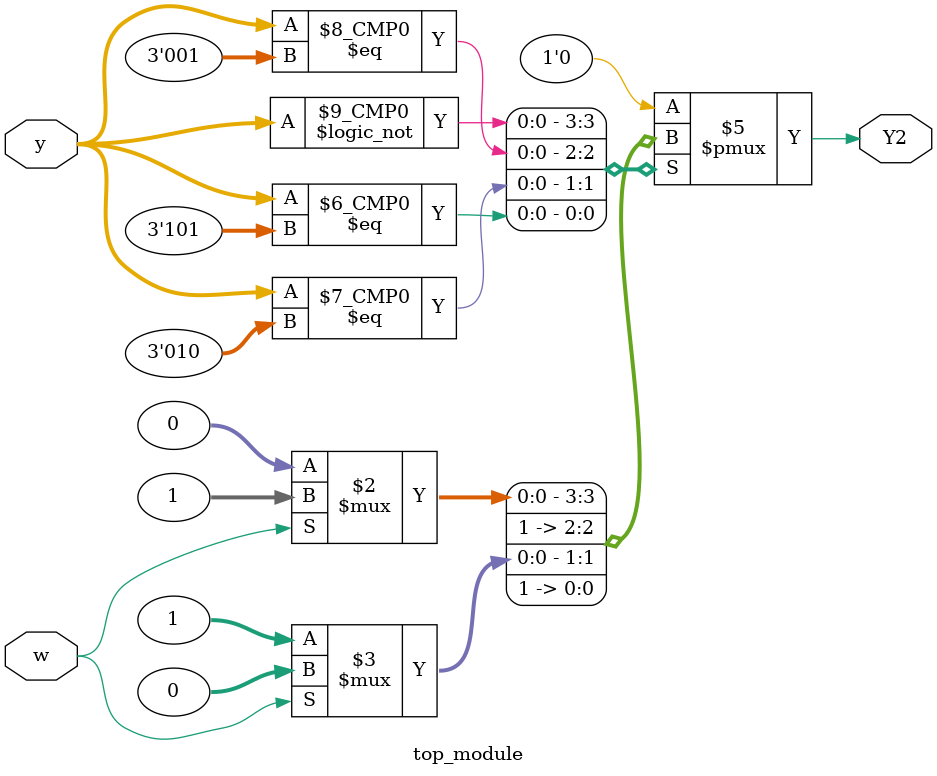
<source format=sv>
module top_module(
    input [3:1] y,
    input w,
    output reg Y2);

    always @(*) begin
        case (y)
            // Next state logic for Y2
            3'b000: Y2 = (w) ? 1 : 0;
            3'b001: Y2 = 1;
            3'b010: Y2 = (w) ? 0 : 1;
            3'b011: Y2 = 0;
            3'b100: Y2 = 0;
            3'b101: Y2 = 1;
            default: Y2 = 0;
        endcase
    end

endmodule

</source>
